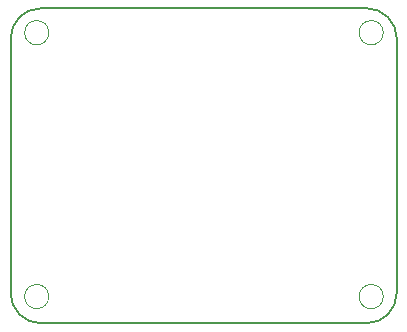
<source format=gm1>
G04 #@! TF.GenerationSoftware,KiCad,Pcbnew,(5.99.0-6951-g72beaf1538)*
G04 #@! TF.CreationDate,2020-12-13T17:26:36+11:00*
G04 #@! TF.ProjectId,ATM90E26_Breakout,41544d39-3045-4323-965f-427265616b6f,rev?*
G04 #@! TF.SameCoordinates,Original*
G04 #@! TF.FileFunction,Profile,NP*
%FSLAX46Y46*%
G04 Gerber Fmt 4.6, Leading zero omitted, Abs format (unit mm)*
G04 Created by KiCad (PCBNEW (5.99.0-6951-g72beaf1538)) date 2020-12-13 17:26:36*
%MOMM*%
%LPD*%
G01*
G04 APERTURE LIST*
G04 #@! TA.AperFunction,Profile*
%ADD10C,0.150000*%
G04 #@! TD*
G04 #@! TA.AperFunction,Profile*
%ADD11C,0.100000*%
G04 #@! TD*
G04 APERTURE END LIST*
D10*
X162306100Y-91673600D02*
G75*
G02*
X164846100Y-94213600I0J-2540000D01*
G01*
X164846100Y-115793600D02*
X164846100Y-94213600D01*
D11*
X163710907Y-93733906D02*
G75*
G03*
X163710907Y-93733906I-1023907J0D01*
G01*
X163710907Y-116078000D02*
G75*
G03*
X163710907Y-116078000I-1023907J0D01*
G01*
D10*
X134696100Y-118333600D02*
X162306100Y-118333600D01*
D11*
X135389907Y-93733906D02*
G75*
G03*
X135389907Y-93733906I-1023907J0D01*
G01*
X135389907Y-116078000D02*
G75*
G03*
X135389907Y-116078000I-1023907J0D01*
G01*
D10*
X132156100Y-94213600D02*
G75*
G02*
X134696100Y-91673600I2540000J0D01*
G01*
X132156100Y-94213600D02*
X132156100Y-115793600D01*
X134696100Y-118333600D02*
G75*
G02*
X132156100Y-115793600I0J2540000D01*
G01*
X162306100Y-91673600D02*
X134696100Y-91673600D01*
X164846100Y-115793600D02*
G75*
G02*
X162306100Y-118333600I-2540000J0D01*
G01*
M02*

</source>
